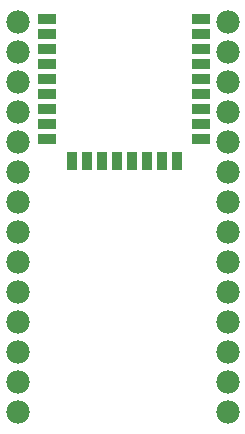
<source format=gbr>
G04 EAGLE Gerber RS-274X export*
G75*
%MOMM*%
%FSLAX34Y34*%
%LPD*%
%INSoldermask Top*%
%IPPOS*%
%AMOC8*
5,1,8,0,0,1.08239X$1,22.5*%
G01*
%ADD10R,1.524000X0.812800*%
%ADD11R,0.812800X1.524000*%
%ADD12C,1.981200*%


D10*
X166370Y242310D03*
X166370Y255010D03*
X166370Y267710D03*
X166370Y280410D03*
X166370Y293110D03*
X166370Y305810D03*
X166370Y318510D03*
X166370Y331210D03*
D11*
X146520Y223520D03*
X133820Y223520D03*
X121120Y223520D03*
X108420Y223520D03*
X95720Y223520D03*
X83020Y223520D03*
X70320Y223520D03*
D10*
X36400Y242310D03*
X36400Y255010D03*
X36400Y267710D03*
X36400Y280410D03*
X36400Y293110D03*
X36400Y305810D03*
X36400Y318510D03*
X36400Y331210D03*
D11*
X57620Y223520D03*
D10*
X36400Y343910D03*
X166370Y343910D03*
D12*
X11430Y11430D03*
X11430Y36830D03*
X11430Y62230D03*
X11430Y87630D03*
X11430Y113030D03*
X11430Y138430D03*
X11430Y163830D03*
X11430Y189230D03*
X11430Y214630D03*
X11430Y240030D03*
X11430Y265430D03*
X11430Y290830D03*
X11430Y316230D03*
X11430Y341630D03*
X189230Y11430D03*
X189230Y36830D03*
X189230Y62230D03*
X189230Y87630D03*
X189230Y113030D03*
X189230Y138430D03*
X189230Y163830D03*
X189230Y189230D03*
X189230Y214630D03*
X189230Y240030D03*
X189230Y265430D03*
X189230Y290830D03*
X189230Y316230D03*
X189230Y341630D03*
M02*

</source>
